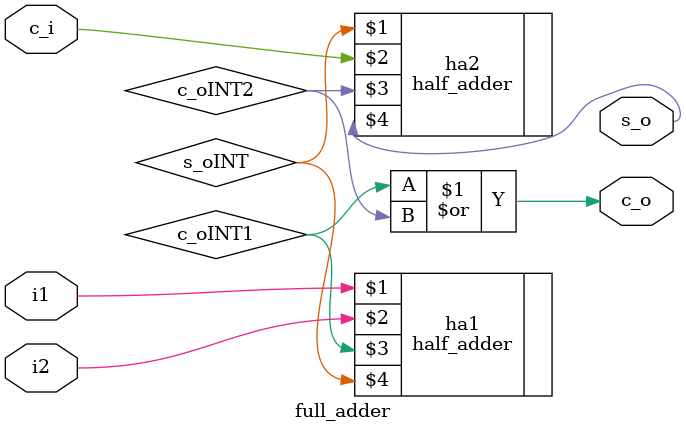
<source format=v>
`timescale 1ns / 1ps
 
// Create Date: 03/26/2018 01:32:41 PM
// Design Name: 
// Module Name: full_adder
// Project Name: 
// Target Devices: 
// Tool Versions: 
// Description: 
 
// Dependencies: 
 
// Revision:
// Revision 0.01 - File Created
// Additional Comments:
 
//////////////////////////////////////////////////////////////////////////////////


module full_adder(
    input i1,
    input i2,
    input c_i,
    output c_o,
    output s_o
    );
    
    wire s_oINT;
    wire c_oINT1;
    wire c_oINT2;

    half_adder ha1(i1,i2,c_oINT1, s_oINT);
    half_adder ha2(s_oINT,c_i, c_oINT2,s_o);
    or o1(c_o ,c_oINT1, c_oINT2);  
    
    
 endmodule

</source>
